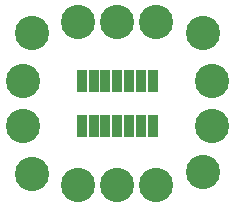
<source format=gbr>
G04 #@! TF.FileFunction,Soldermask,Top*
%FSLAX46Y46*%
G04 Gerber Fmt 4.6, Leading zero omitted, Abs format (unit mm)*
G04 Created by KiCad (PCBNEW 4.0.2-stable) date Monday, May 22, 2017 'PMt' 12:42:44 PM*
%MOMM*%
G01*
G04 APERTURE LIST*
%ADD10C,0.100000*%
%ADD11C,2.900000*%
%ADD12R,0.900000X1.900000*%
G04 APERTURE END LIST*
D10*
D11*
X141860000Y-104775000D03*
X146558000Y-99780000D03*
X153162000Y-99780000D03*
X157860000Y-104775000D03*
X157099000Y-112522000D03*
X149860000Y-113580000D03*
X142621000Y-112649000D03*
D12*
X152860000Y-108580000D03*
X151860000Y-108580000D03*
X150860000Y-108580000D03*
X149860000Y-108580000D03*
X148860000Y-108580000D03*
X147860000Y-108580000D03*
X146860000Y-108580000D03*
X152860000Y-104780000D03*
X151860000Y-104780000D03*
X150860000Y-104780000D03*
X149860000Y-104780000D03*
X148860000Y-104780000D03*
X147860000Y-104780000D03*
X146860000Y-104780000D03*
D11*
X142621000Y-100711000D03*
X149860000Y-99780000D03*
X157099000Y-100711000D03*
X157860000Y-108585000D03*
X153162000Y-113580000D03*
X146558000Y-113580000D03*
X141860000Y-108585000D03*
M02*

</source>
